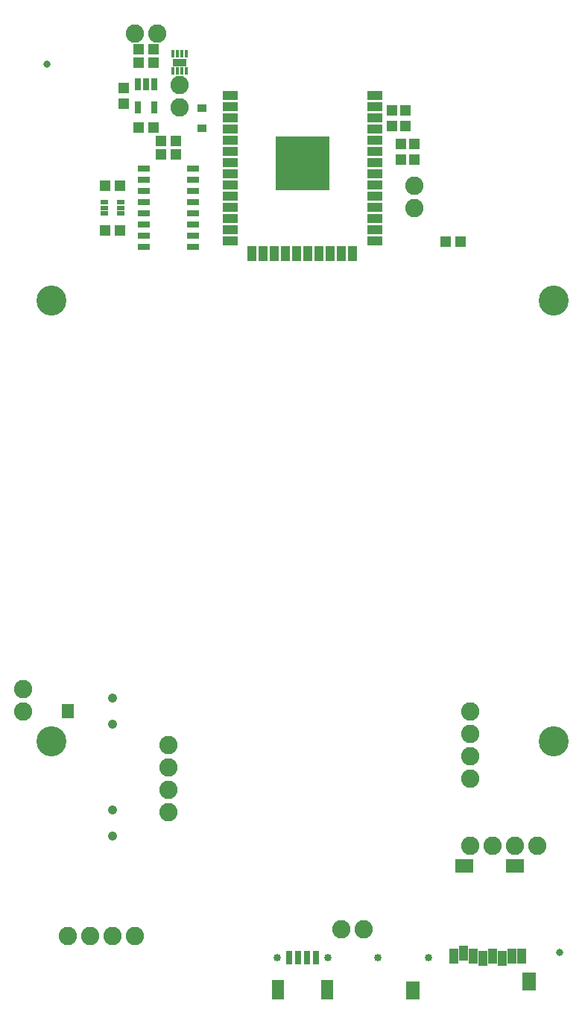
<source format=gbs>
G04 EAGLE Gerber RS-274X export*
G75*
%MOMM*%
%FSLAX34Y34*%
%LPD*%
%INSoldermask Bottom*%
%IPPOS*%
%AMOC8*
5,1,8,0,0,1.08239X$1,22.5*%
G01*
%ADD10R,1.403200X2.203200*%
%ADD11R,0.803200X1.553200*%
%ADD12C,0.838200*%
%ADD13C,0.853200*%
%ADD14C,3.403600*%
%ADD15R,0.753200X1.403200*%
%ADD16R,1.203200X1.303200*%
%ADD17R,1.303200X1.203200*%
%ADD18C,2.082800*%
%ADD19R,1.033200X0.833200*%
%ADD20C,1.053200*%
%ADD21R,1.473200X0.838200*%
%ADD22R,1.703200X1.103200*%
%ADD23R,1.103200X1.703200*%
%ADD24R,6.203200X6.203200*%
%ADD25R,1.403200X0.803200*%
%ADD26R,0.863200X0.503200*%
%ADD27R,2.003200X1.603200*%
%ADD28R,1.603200X2.103200*%
%ADD29R,1.003200X1.703200*%
%ADD30R,0.440000X0.840000*%
%ADD31R,1.520000X0.940000*%


D10*
X282000Y1350D03*
X226000Y1350D03*
D11*
X269000Y38100D03*
X259000Y38100D03*
X249000Y38100D03*
X239000Y38100D03*
D12*
X546100Y43500D03*
X-36300Y1052300D03*
D13*
X225100Y37620D03*
X282900Y37620D03*
D14*
X-30988Y283337D03*
X-30988Y783463D03*
X538988Y783463D03*
X538988Y283337D03*
D15*
X66700Y1029001D03*
X76200Y1029001D03*
X85700Y1029001D03*
X85700Y1002999D03*
X66700Y1002999D03*
D16*
X50800Y1024500D03*
X50800Y1007500D03*
D17*
X84700Y1054100D03*
X67700Y1054100D03*
X84700Y980440D03*
X67700Y980440D03*
D18*
X114300Y1028700D03*
X114300Y1003300D03*
D19*
X139700Y979100D03*
X139700Y1002100D03*
D20*
X38100Y175500D03*
X38100Y205500D03*
D21*
X-12700Y321564D03*
X-12700Y313436D03*
D20*
X38100Y302500D03*
X38100Y332500D03*
D16*
X365760Y961000D03*
X365760Y944000D03*
D17*
X93100Y949960D03*
X110100Y949960D03*
D16*
X355600Y999100D03*
X355600Y982100D03*
X381000Y961000D03*
X381000Y944000D03*
D22*
X336380Y1016800D03*
X336380Y1004100D03*
X336380Y991400D03*
X336380Y978700D03*
X336380Y966000D03*
X336380Y953300D03*
X336380Y940600D03*
X336380Y927900D03*
X336380Y915200D03*
X336380Y902500D03*
X336380Y889800D03*
X336380Y877100D03*
X336380Y864400D03*
X336380Y851700D03*
D23*
X311150Y836800D03*
X298450Y836800D03*
X285750Y836800D03*
X273050Y836800D03*
X260350Y836800D03*
X247650Y836800D03*
X234950Y836800D03*
X222250Y836800D03*
X209550Y836800D03*
X196850Y836800D03*
D22*
X171620Y851700D03*
X171620Y864400D03*
X171620Y877100D03*
X171620Y889800D03*
X171620Y902500D03*
X171620Y915200D03*
X171620Y927900D03*
X171620Y940600D03*
X171620Y953300D03*
X171620Y966000D03*
X171620Y978700D03*
X171620Y991400D03*
X171620Y1004100D03*
X171620Y1016800D03*
D24*
X254000Y939800D03*
D16*
X370840Y999100D03*
X370840Y982100D03*
D25*
X129600Y933450D03*
X129600Y920750D03*
X129600Y908050D03*
X129600Y895350D03*
X129600Y882650D03*
X129600Y869950D03*
X129600Y857250D03*
X129600Y844550D03*
X73600Y844550D03*
X73600Y857250D03*
X73600Y869950D03*
X73600Y882650D03*
X73600Y895350D03*
X73600Y908050D03*
X73600Y920750D03*
X73600Y933450D03*
D17*
X29600Y863600D03*
X46600Y863600D03*
X46600Y914400D03*
X29600Y914400D03*
D26*
X47300Y895500D03*
X28900Y889000D03*
X28900Y882500D03*
X28900Y895500D03*
X47300Y889000D03*
X47300Y882500D03*
D13*
X339400Y37620D03*
X397200Y37620D03*
D17*
X93100Y965200D03*
X110100Y965200D03*
D18*
X63500Y62550D03*
X38100Y62550D03*
X12700Y62550D03*
X-12700Y62550D03*
X520700Y165100D03*
X495300Y165100D03*
X469900Y165100D03*
X444500Y165100D03*
X101600Y203200D03*
X101600Y228600D03*
X101600Y254000D03*
X101600Y279400D03*
X444500Y241300D03*
X444500Y266700D03*
X444500Y292100D03*
X444500Y317500D03*
X-63500Y342900D03*
X-63500Y317500D03*
D17*
X416950Y850900D03*
X433950Y850900D03*
D27*
X438120Y142050D03*
X495120Y142050D03*
D28*
X511120Y10550D03*
X379620Y550D03*
D29*
X426220Y39050D03*
X437220Y43050D03*
X448220Y39050D03*
X459220Y37050D03*
X470220Y39050D03*
X481220Y37050D03*
X492220Y39050D03*
X503220Y39050D03*
D30*
X121800Y1064000D03*
X116800Y1064000D03*
X111800Y1064000D03*
X106800Y1064000D03*
X106800Y1044000D03*
X111800Y1044000D03*
X116800Y1044000D03*
X121800Y1044000D03*
D31*
X114300Y1054100D03*
D17*
X84700Y1069340D03*
X67700Y1069340D03*
D18*
X298450Y69850D03*
X323850Y69850D03*
X63500Y1087120D03*
X88900Y1087120D03*
X381000Y889000D03*
X381000Y914400D03*
M02*

</source>
